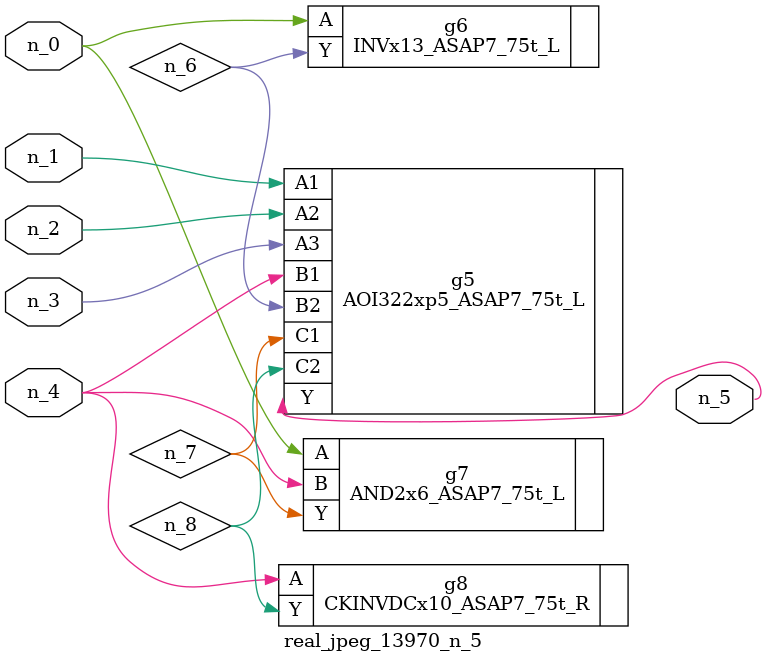
<source format=v>
module real_jpeg_13970_n_5 (n_4, n_0, n_1, n_2, n_3, n_5);

input n_4;
input n_0;
input n_1;
input n_2;
input n_3;

output n_5;

wire n_8;
wire n_6;
wire n_7;

INVx13_ASAP7_75t_L g6 ( 
.A(n_0),
.Y(n_6)
);

AND2x6_ASAP7_75t_L g7 ( 
.A(n_0),
.B(n_4),
.Y(n_7)
);

AOI322xp5_ASAP7_75t_L g5 ( 
.A1(n_1),
.A2(n_2),
.A3(n_3),
.B1(n_4),
.B2(n_6),
.C1(n_7),
.C2(n_8),
.Y(n_5)
);

CKINVDCx10_ASAP7_75t_R g8 ( 
.A(n_4),
.Y(n_8)
);


endmodule
</source>
